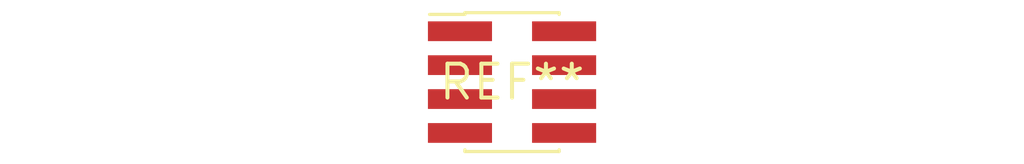
<source format=kicad_pcb>
(kicad_pcb (version 20240108) (generator pcbnew)
  (layers (0 "F.Cu" signal) (31 "B.Cu" signal) (34 "B.Paste" user) (35 "F.Paste" user) (36 "B.SilkS" user "B.Silkscreen") (37 "F.SilkS" user "F.Silkscreen") (38 "B.Mask" user) (39 "F.Mask" user) (44 "Edge.Cuts" user))
  (net 0 "")
  (footprint "PinHeader_2x04_P1.27mm_Vertical_SMD" (layer "F.Cu") (at 0 0)
    (property "Reference" "REF**")
    (property "Value" "PinHeader_2x04_P1.27mm_Vertical_SMD")
    (fp_line (start -3.09 -2.535) (end -1.765 -2.535) (layer "F.SilkS") (stroke (width 0.12)))
    (fp_line (start -1.765 -2.6) (end -1.765 -2.535) (layer "F.SilkS") (stroke (width 0.12)))
    (fp_line (start -1.765 -2.6) (end 1.765 -2.6) (layer "F.SilkS") (stroke (width 0.12)))
    (fp_line (start -1.765 2.535) (end -1.765 2.6) (layer "F.SilkS") (stroke (width 0.12)))
    (fp_line (start -1.765 2.6) (end 1.765 2.6) (layer "F.SilkS") (stroke (width 0.12)))
    (fp_line (start 1.765 -2.6) (end 1.765 -2.535) (layer "F.SilkS") (stroke (width 0.12)))
    (fp_line (start 1.765 2.535) (end 1.765 2.6) (layer "F.SilkS") (stroke (width 0.12)))
    (pad "1" smd rect (at -1.95 -1.905) (size 2.4 0.74) (layers "F.Cu" "F.Paste" "F.Mask"))
    (pad "2" smd rect (at 1.95 -1.905) (size 2.4 0.74) (layers "F.Cu" "F.Paste" "F.Mask"))
    (pad "3" smd rect (at -1.95 -0.635) (size 2.4 0.74) (layers "F.Cu" "F.Paste" "F.Mask"))
    (pad "4" smd rect (at 1.95 -0.635) (size 2.4 0.74) (layers "F.Cu" "F.Paste" "F.Mask"))
    (pad "5" smd rect (at -1.95 0.635) (size 2.4 0.74) (layers "F.Cu" "F.Paste" "F.Mask"))
    (pad "6" smd rect (at 1.95 0.635) (size 2.4 0.74) (layers "F.Cu" "F.Paste" "F.Mask"))
    (pad "7" smd rect (at -1.95 1.905) (size 2.4 0.74) (layers "F.Cu" "F.Paste" "F.Mask"))
    (pad "8" smd rect (at 1.95 1.905) (size 2.4 0.74) (layers "F.Cu" "F.Paste" "F.Mask"))
  )
)
</source>
